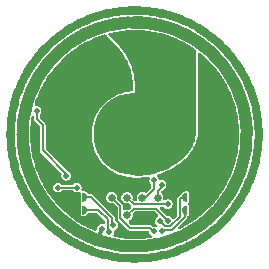
<source format=gbl>
G04*
G04 #@! TF.GenerationSoftware,Altium Limited,Altium Designer,18.1.7 (191)*
G04*
G04 Layer_Physical_Order=2*
G04 Layer_Color=16711680*
%FSLAX25Y25*%
%MOIN*%
G70*
G01*
G75*
%ADD60C,0.00600*%
%ADD61C,0.00800*%
%ADD63C,0.01400*%
%ADD64C,0.02000*%
%ADD65C,0.03937*%
%ADD66C,0.01000*%
%ADD67C,0.02600*%
%ADD68C,0.27559*%
G36*
X1636Y42687D02*
X2753Y42629D01*
X3868Y42541D01*
X4981Y42424D01*
X6089Y42278D01*
X7194Y42103D01*
X8293Y41899D01*
X9387Y41667D01*
X10475Y41406D01*
X11555Y41116D01*
X12628Y40799D01*
X13691Y40453D01*
X14745Y40080D01*
X15789Y39679D01*
X16823Y39251D01*
X17844Y38796D01*
X18854Y38315D01*
X19850Y37807D01*
X20833Y37273D01*
X21802Y36714D01*
X22755Y36130D01*
X23693Y35520D01*
X24615Y34887D01*
X25520Y34230D01*
X26407Y33549D01*
X27276Y32845D01*
X28127Y32119D01*
X28958Y31370D01*
X29769Y30601D01*
X30560Y29810D01*
X31330Y28999D01*
X32078Y28167D01*
X32804Y27317D01*
X33508Y26448D01*
X34189Y25561D01*
X34846Y24656D01*
X35480Y23734D01*
X36089Y22796D01*
X36673Y21843D01*
X37233Y20874D01*
X37766Y19891D01*
X38274Y18895D01*
X38755Y17885D01*
X39210Y16863D01*
X39638Y15830D01*
X40039Y14786D01*
X40412Y13732D01*
X40758Y12668D01*
X41076Y11596D01*
X41365Y10516D01*
X41626Y9428D01*
X41859Y8334D01*
X42062Y7235D01*
X42237Y6130D01*
X42383Y5021D01*
X42500Y3909D01*
X42588Y2794D01*
X42647Y1677D01*
X42676Y559D01*
Y0D01*
Y-559D01*
X42647Y-1677D01*
X42588Y-2794D01*
X42500Y-3909D01*
X42383Y-5021D01*
X42237Y-6130D01*
X42062Y-7235D01*
X41859Y-8334D01*
X41626Y-9428D01*
X41365Y-10516D01*
X41076Y-11596D01*
X40758Y-12668D01*
X40412Y-13732D01*
X40039Y-14786D01*
X39638Y-15830D01*
X39210Y-16863D01*
X38755Y-17885D01*
X38274Y-18895D01*
X37766Y-19891D01*
X37233Y-20874D01*
X36673Y-21843D01*
X36089Y-22796D01*
X35480Y-23734D01*
X34846Y-24656D01*
X34189Y-25561D01*
X33508Y-26448D01*
X32804Y-27317D01*
X32078Y-28167D01*
X31330Y-28999D01*
X30560Y-29810D01*
X29769Y-30601D01*
X28958Y-31370D01*
X28127Y-32119D01*
X27276Y-32845D01*
X26407Y-33549D01*
X25520Y-34230D01*
X24615Y-34887D01*
X23693Y-35520D01*
X22755Y-36130D01*
X21802Y-36714D01*
X20833Y-37273D01*
X19850Y-37807D01*
X18854Y-38315D01*
X17844Y-38796D01*
X16823Y-39251D01*
X15789Y-39679D01*
X14745Y-40080D01*
X13691Y-40453D01*
X12628Y-40799D01*
X11555Y-41116D01*
X10475Y-41406D01*
X9387Y-41667D01*
X8293Y-41899D01*
X7194Y-42103D01*
X6089Y-42278D01*
X4981Y-42424D01*
X3868Y-42541D01*
X2753Y-42629D01*
X1636Y-42687D01*
X518Y-42717D01*
X-600D01*
X-1718Y-42687D01*
X-2835Y-42629D01*
X-3950Y-42541D01*
X-5062Y-42424D01*
X-6171Y-42278D01*
X-7275Y-42103D01*
X-8375Y-41899D01*
X-9469Y-41667D01*
X-10556Y-41406D01*
X-11637Y-41116D01*
X-12709Y-40799D01*
X-13773Y-40453D01*
X-14827Y-40080D01*
X-15871Y-39679D01*
X-16904Y-39251D01*
X-17926Y-38796D01*
X-18935Y-38315D01*
X-19932Y-37807D01*
X-20915Y-37273D01*
X-21883Y-36714D01*
X-22837Y-36130D01*
X-23775Y-35520D01*
X-24697Y-34887D01*
X-25601Y-34230D01*
X-26489Y-33549D01*
X-27358Y-32845D01*
X-28208Y-32119D01*
X-29039Y-31370D01*
X-29851Y-30601D01*
X-30641Y-29810D01*
X-31411Y-28999D01*
X-32160Y-28167D01*
X-32886Y-27317D01*
X-33590Y-26448D01*
X-34271Y-25561D01*
X-34928Y-24656D01*
X-35561Y-23734D01*
X-36170Y-22796D01*
X-36755Y-21843D01*
X-37314Y-20874D01*
X-37848Y-19891D01*
X-38355Y-18895D01*
X-38837Y-17885D01*
X-39292Y-16863D01*
X-39720Y-15830D01*
X-40121Y-14786D01*
X-40494Y-13732D01*
X-40839Y-12668D01*
X-41157Y-11596D01*
X-41447Y-10516D01*
X-41708Y-9428D01*
X-41940Y-8334D01*
X-42144Y-7235D01*
X-42319Y-6130D01*
X-42465Y-5021D01*
X-42582Y-3909D01*
X-42669Y-2794D01*
X-42728Y-1677D01*
X-42757Y-559D01*
Y0D01*
Y559D01*
X-42728Y1677D01*
X-42669Y2794D01*
X-42582Y3909D01*
X-42465Y5021D01*
X-42319Y6130D01*
X-42144Y7235D01*
X-41940Y8334D01*
X-41708Y9428D01*
X-41447Y10516D01*
X-41157Y11596D01*
X-40839Y12668D01*
X-40494Y13732D01*
X-40121Y14786D01*
X-39720Y15830D01*
X-39292Y16863D01*
X-38837Y17885D01*
X-38355Y18895D01*
X-37848Y19891D01*
X-37314Y20874D01*
X-36755Y21843D01*
X-36170Y22796D01*
X-35561Y23734D01*
X-34928Y24656D01*
X-34271Y25561D01*
X-33590Y26448D01*
X-32886Y27317D01*
X-32160Y28167D01*
X-31411Y28999D01*
X-30641Y29810D01*
X-29851Y30601D01*
X-29039Y31370D01*
X-28208Y32119D01*
X-27358Y32845D01*
X-26489Y33549D01*
X-25601Y34230D01*
X-24697Y34887D01*
X-23775Y35520D01*
X-22837Y36130D01*
X-21883Y36714D01*
X-20915Y37273D01*
X-19932Y37807D01*
X-18935Y38315D01*
X-17926Y38796D01*
X-16904Y39251D01*
X-15871Y39679D01*
X-14827Y40080D01*
X-13773Y40453D01*
X-12709Y40799D01*
X-11637Y41116D01*
X-10556Y41406D01*
X-9469Y41667D01*
X-8375Y41899D01*
X-7275Y42103D01*
X-6171Y42278D01*
X-5062Y42424D01*
X-3950Y42541D01*
X-2835Y42629D01*
X-1718Y42687D01*
X-600Y42717D01*
X518D01*
X1636Y42687D01*
D02*
G37*
%LPC*%
G36*
X0Y39974D02*
X-1121Y39958D01*
X-2241Y39911D01*
X-3360Y39832D01*
X-4476Y39723D01*
X-5588Y39582D01*
X-6696Y39409D01*
X-7799Y39206D01*
X-8895Y38972D01*
X-9985Y38707D01*
X-11066Y38412D01*
X-12139Y38086D01*
X-13203Y37731D01*
X-14256Y37346D01*
X-15297Y36931D01*
X-16327Y36488D01*
X-17344Y36015D01*
X-18347Y35515D01*
X-19336Y34986D01*
X-20310Y34430D01*
X-21267Y33847D01*
X-22208Y33237D01*
X-23132Y32601D01*
X-24037Y31940D01*
X-24923Y31253D01*
X-25790Y30542D01*
X-26636Y29806D01*
X-27462Y29048D01*
X-28266Y28266D01*
X-29048Y27462D01*
X-29806Y26636D01*
X-30542Y25790D01*
X-31253Y24923D01*
X-31940Y24037D01*
X-32601Y23132D01*
X-33237Y22208D01*
X-33847Y21267D01*
X-34430Y20310D01*
X-34986Y19336D01*
X-35515Y18347D01*
X-36015Y17344D01*
X-36488Y16327D01*
X-36931Y15297D01*
X-37346Y14256D01*
X-37731Y13203D01*
X-38086Y12139D01*
X-38412Y11066D01*
X-38707Y9985D01*
X-38972Y8895D01*
X-39206Y7799D01*
X-39409Y6696D01*
X-39582Y5588D01*
X-39723Y4476D01*
X-39832Y3360D01*
X-39911Y2241D01*
X-39958Y1121D01*
X-39974Y0D01*
X-39958Y-1121D01*
X-39911Y-2241D01*
X-39832Y-3360D01*
X-39723Y-4476D01*
X-39582Y-5588D01*
X-39409Y-6696D01*
X-39206Y-7799D01*
X-38972Y-8895D01*
X-38707Y-9985D01*
X-38412Y-11066D01*
X-38086Y-12139D01*
X-37731Y-13203D01*
X-37346Y-14256D01*
X-36931Y-15297D01*
X-36488Y-16327D01*
X-36015Y-17344D01*
X-35515Y-18347D01*
X-34986Y-19336D01*
X-34430Y-20310D01*
X-33847Y-21267D01*
X-33237Y-22208D01*
X-32601Y-23132D01*
X-31940Y-24037D01*
X-31253Y-24923D01*
X-30542Y-25790D01*
X-29806Y-26636D01*
X-29048Y-27462D01*
X-28266Y-28266D01*
X-27462Y-29048D01*
X-26636Y-29806D01*
X-25790Y-30542D01*
X-24923Y-31253D01*
X-24037Y-31940D01*
X-23132Y-32601D01*
X-22208Y-33237D01*
X-21267Y-33847D01*
X-20310Y-34430D01*
X-19336Y-34986D01*
X-18347Y-35515D01*
X-17344Y-36015D01*
X-16327Y-36488D01*
X-15297Y-36931D01*
X-14256Y-37346D01*
X-13203Y-37731D01*
X-12139Y-38086D01*
X-11066Y-38412D01*
X-9985Y-38707D01*
X-8895Y-38972D01*
X-7799Y-39206D01*
X-6696Y-39409D01*
X-5588Y-39582D01*
X-4476Y-39723D01*
X-3360Y-39832D01*
X-2241Y-39911D01*
X-1121Y-39958D01*
X0Y-39974D01*
X1121Y-39958D01*
X2241Y-39911D01*
X3360Y-39832D01*
X4476Y-39723D01*
X5588Y-39582D01*
X6696Y-39409D01*
X7799Y-39206D01*
X8895Y-38972D01*
X9985Y-38707D01*
X11066Y-38412D01*
X12139Y-38086D01*
X13203Y-37731D01*
X14256Y-37346D01*
X15297Y-36931D01*
X16327Y-36488D01*
X17344Y-36015D01*
X18347Y-35515D01*
X19336Y-34986D01*
X20310Y-34430D01*
X21267Y-33847D01*
X22208Y-33237D01*
X23132Y-32601D01*
X24037Y-31940D01*
X24923Y-31253D01*
X25790Y-30542D01*
X26636Y-29806D01*
X27462Y-29048D01*
X28266Y-28266D01*
X29048Y-27462D01*
X29806Y-26636D01*
X30542Y-25790D01*
X31253Y-24923D01*
X31940Y-24037D01*
X32601Y-23132D01*
X33237Y-22208D01*
X33847Y-21267D01*
X34430Y-20310D01*
X34986Y-19336D01*
X35515Y-18347D01*
X36015Y-17344D01*
X36488Y-16327D01*
X36931Y-15297D01*
X37346Y-14256D01*
X37731Y-13203D01*
X38086Y-12139D01*
X38412Y-11066D01*
X38707Y-9985D01*
X38972Y-8895D01*
X39206Y-7799D01*
X39409Y-6696D01*
X39582Y-5588D01*
X39723Y-4476D01*
X39832Y-3360D01*
X39911Y-2241D01*
X39958Y-1121D01*
X39974Y0D01*
X39958Y1121D01*
X39911Y2241D01*
X39832Y3360D01*
X39723Y4476D01*
X39582Y5588D01*
X39409Y6696D01*
X39206Y7799D01*
X38972Y8895D01*
X38707Y9985D01*
X38412Y11066D01*
X38086Y12139D01*
X37731Y13203D01*
X37346Y14256D01*
X36931Y15297D01*
X36488Y16327D01*
X36015Y17344D01*
X35515Y18347D01*
X34986Y19336D01*
X34430Y20310D01*
X33847Y21267D01*
X33237Y22208D01*
X32601Y23132D01*
X31940Y24037D01*
X31253Y24923D01*
X30542Y25790D01*
X29806Y26636D01*
X29048Y27462D01*
X28266Y28266D01*
X27462Y29048D01*
X26636Y29806D01*
X25790Y30542D01*
X24923Y31253D01*
X24037Y31940D01*
X23132Y32601D01*
X22208Y33237D01*
X21267Y33847D01*
X20310Y34430D01*
X19336Y34986D01*
X18347Y35515D01*
X17344Y36015D01*
X16327Y36488D01*
X15297Y36931D01*
X14256Y37346D01*
X13203Y37731D01*
X12139Y38086D01*
X11066Y38412D01*
X9985Y38707D01*
X8895Y38972D01*
X7799Y39206D01*
X6696Y39409D01*
X5588Y39582D01*
X4476Y39723D01*
X3360Y39832D01*
X2241Y39911D01*
X1121Y39958D01*
X0Y39974D01*
D02*
G37*
%LPD*%
G36*
X1013Y34818D02*
X2025Y34774D01*
X3036Y34700D01*
X4044Y34597D01*
X5048Y34465D01*
X6049Y34304D01*
X7044Y34113D01*
X8033Y33894D01*
X9015Y33646D01*
X9990Y33369D01*
X10956Y33065D01*
X11913Y32732D01*
X12860Y32372D01*
X13797Y31984D01*
X14721Y31569D01*
X15633Y31128D01*
X16532Y30660D01*
X17416Y30166D01*
X18286Y29647D01*
X19141Y29102D01*
X19979Y28533D01*
X20475Y28175D01*
X20475Y26984D01*
X20475Y24734D01*
X20469Y24676D01*
X20458Y24619D01*
X20444Y24409D01*
X20458Y24200D01*
X20465Y24161D01*
Y24161D01*
X20469Y24143D01*
X20473Y24096D01*
X20473Y24096D01*
Y24096D01*
X20475Y24085D01*
X20474Y22371D01*
X20469Y22312D01*
X20458Y22256D01*
X20444Y22047D01*
X20458Y21838D01*
X20465Y21799D01*
X20469Y21782D01*
X20474Y21729D01*
X20474Y21729D01*
Y21729D01*
X20474Y21724D01*
X20474Y20008D01*
X20468Y19949D01*
X20458Y19894D01*
X20444Y19685D01*
X20458Y19476D01*
X20468Y19421D01*
X20470Y19403D01*
X20470Y19403D01*
Y19403D01*
X20474Y19363D01*
X20474Y17644D01*
X20468Y17586D01*
X20458Y17532D01*
X20444Y17323D01*
X20458Y17113D01*
X20465Y17075D01*
X20468Y17060D01*
X20471Y17030D01*
X20471Y17030D01*
Y17030D01*
X20474Y17002D01*
X20474Y15281D01*
X20468Y15223D01*
X20465Y15209D01*
Y15209D01*
X20458Y15170D01*
X20444Y14961D01*
X20458Y14751D01*
X20468Y14699D01*
X20472Y14657D01*
X20472Y14657D01*
Y14657D01*
X20474Y14640D01*
X20473Y12918D01*
X20468Y12859D01*
X20458Y12808D01*
X20444Y12598D01*
X20458Y12389D01*
X20468Y12338D01*
X20472Y12296D01*
X20472Y12296D01*
Y12296D01*
X20473Y12279D01*
X20473Y10554D01*
X20468Y10503D01*
Y10503D01*
X20468Y10503D01*
X20468Y10496D01*
X20458Y10446D01*
X20444Y10236D01*
X20458Y10027D01*
X20468Y9977D01*
X20472Y9929D01*
Y9929D01*
X20473Y9918D01*
X20473Y6835D01*
X20472Y1968D01*
X20472Y1498D01*
Y1468D01*
X20464Y971D01*
X20461Y874D01*
X20418Y282D01*
X20381Y-13D01*
X20345Y-308D01*
X20345Y-308D01*
X20244Y-893D01*
X20113Y-1473D01*
X19955Y-2045D01*
X19769Y-2609D01*
X19555Y-3163D01*
X19314Y-3706D01*
X19047Y-4237D01*
X18754Y-4754D01*
X18437Y-5255D01*
X18095Y-5741D01*
X17729Y-6209D01*
X17341Y-6659D01*
X16932Y-7089D01*
X16345Y-7656D01*
X15738Y-8201D01*
X15112Y-8724D01*
X14467Y-9225D01*
X13806Y-9702D01*
X13805Y-9702D01*
X13352Y-10005D01*
X13127Y-10155D01*
X12433Y-10584D01*
X12433Y-10584D01*
X11724Y-10988D01*
X11001Y-11366D01*
X10265Y-11718D01*
X9517Y-12043D01*
X8758Y-12342D01*
X7988Y-12614D01*
X7988Y-12614D01*
X7817Y-12667D01*
X7210Y-12857D01*
X6423Y-13073D01*
X5629Y-13261D01*
X4829Y-13420D01*
X4625Y-13453D01*
X4625D01*
X4024Y-13551D01*
X3214Y-13652D01*
X2401Y-13725D01*
X1587Y-13769D01*
X771Y-13783D01*
X37Y-13780D01*
X0Y-13285D01*
Y16112D01*
X0Y16114D01*
Y16142D01*
X4D01*
X3Y16185D01*
X-6Y16639D01*
X-7Y16678D01*
X-12Y16926D01*
X-46Y17513D01*
X-57Y17696D01*
Y17696D01*
X-58Y17708D01*
X-65Y17785D01*
X-133Y18477D01*
X-133Y18477D01*
X-134Y18488D01*
X-136Y18500D01*
Y18500D01*
X-207Y19013D01*
X-242Y19265D01*
X-303Y19605D01*
X-378Y20025D01*
X-378Y20025D01*
X-380Y20037D01*
X-382Y20048D01*
X-382Y20048D01*
X-545Y20791D01*
Y20791D01*
X-548Y20802D01*
X-551Y20814D01*
X-551Y20814D01*
X-743Y21549D01*
X-743Y21549D01*
X-746Y21561D01*
X-749Y21572D01*
X-749Y21572D01*
X-970Y22300D01*
Y22300D01*
X-973Y22311D01*
X-977Y22322D01*
Y22322D01*
X-1226Y23040D01*
X-1226Y23040D01*
X-1230Y23052D01*
X-1234Y23063D01*
X-1234Y23063D01*
X-1378Y23430D01*
X-1516Y23782D01*
X-1778Y24380D01*
X-1825Y24489D01*
Y24489D01*
X-1830Y24500D01*
X-1835Y24510D01*
Y24510D01*
X-2136Y25130D01*
X-2172Y25205D01*
X-2204Y25265D01*
X-2536Y25886D01*
X-2536Y25886D01*
X-2542Y25896D01*
X-2548Y25907D01*
X-2548Y25907D01*
X-2932Y26562D01*
X-2932Y26562D01*
X-2938Y26573D01*
X-3361Y27233D01*
X-3809Y27876D01*
X-4027Y28164D01*
X-4275Y28492D01*
X-4275Y28492D01*
X-4282Y28501D01*
X-4290Y28510D01*
X-4296Y28518D01*
X-4779Y29107D01*
X-5300Y29693D01*
X-5843Y30258D01*
X-7572Y31985D01*
X-8771Y33183D01*
X-8777Y33191D01*
X-8785Y33215D01*
X-8788Y33234D01*
X-8789Y33247D01*
X-8788Y33288D01*
X-8735Y33480D01*
X-8665Y33648D01*
X-8658Y33658D01*
X-8553Y33763D01*
X-8033Y33894D01*
X-7044Y34113D01*
X-6049Y34304D01*
X-5048Y34465D01*
X-4044Y34597D01*
X-3036Y34700D01*
X-2025Y34774D01*
X-1013Y34818D01*
X0Y34833D01*
X1013Y34818D01*
D02*
G37*
G36*
X-9964Y33372D02*
X-9825Y33348D01*
X-9666Y33254D01*
X-9384Y33051D01*
X-9350Y33000D01*
X-9327Y32950D01*
X-9306Y32900D01*
X-9303Y32896D01*
X-9302Y32893D01*
X-9279Y32860D01*
X-9272Y32848D01*
X-9259Y32832D01*
X-9239Y32803D01*
X-9236Y32800D01*
X-9233Y32796D01*
X-9227Y32789D01*
X-9211Y32773D01*
X-9197Y32757D01*
X-6274Y29836D01*
X-5743Y29284D01*
X-5238Y28716D01*
X-4756Y28128D01*
X-4297Y27522D01*
X-3862Y26898D01*
X-3452Y26258D01*
X-3068Y25602D01*
X-3068Y25602D01*
X-3068Y25602D01*
X-2709Y24931D01*
X-2678Y24867D01*
X-2678Y24867D01*
X-2378Y24247D01*
X-2330Y24138D01*
X-2073Y23551D01*
X-1940Y23211D01*
X-1940Y23211D01*
X-1796Y22843D01*
X-1547Y22125D01*
X-1326Y21397D01*
X-1134Y20662D01*
X-971Y19919D01*
X-971Y19919D01*
X-971Y19919D01*
X-838Y19170D01*
X-733Y18417D01*
X-733Y18417D01*
X-733Y18417D01*
X-659Y17661D01*
X-614Y16902D01*
X-609Y16627D01*
X-600Y16174D01*
Y16173D01*
X-600Y16173D01*
X-600Y16171D01*
Y16169D01*
X-603Y16142D01*
Y16114D01*
X-603Y16112D01*
Y14369D01*
X-664Y14368D01*
X-1327Y14322D01*
X-1987Y14245D01*
X-2643Y14139D01*
X-3293Y14001D01*
X-3936Y13834D01*
X-4571Y13638D01*
X-5196Y13412D01*
X-5810Y13158D01*
X-6411Y12876D01*
X-6999Y12566D01*
X-7572Y12229D01*
X-8129Y11866D01*
X-8668Y11478D01*
X-9189Y11066D01*
X-9690Y10629D01*
X-10171Y10171D01*
X-10629Y9690D01*
X-11066Y9189D01*
X-11478Y8668D01*
X-11866Y8129D01*
X-12229Y7572D01*
X-12566Y6999D01*
X-12876Y6411D01*
X-13158Y5810D01*
X-13412Y5196D01*
X-13638Y4571D01*
X-13834Y3936D01*
X-14001Y3293D01*
X-14139Y2643D01*
X-14245Y1987D01*
X-14322Y1327D01*
X-14368Y664D01*
X-14383Y0D01*
X-14368Y-664D01*
X-14322Y-1327D01*
X-14245Y-1987D01*
X-14139Y-2643D01*
X-14001Y-3293D01*
X-13834Y-3936D01*
X-13638Y-4571D01*
X-13412Y-5196D01*
X-13158Y-5810D01*
X-12876Y-6411D01*
X-12566Y-6999D01*
X-12229Y-7572D01*
X-11866Y-8129D01*
X-11478Y-8668D01*
X-11066Y-9189D01*
X-10629Y-9690D01*
X-10171Y-10171D01*
X-9690Y-10629D01*
X-9189Y-11066D01*
X-8668Y-11478D01*
X-8129Y-11866D01*
X-7572Y-12229D01*
X-6999Y-12566D01*
X-6411Y-12876D01*
X-5810Y-13158D01*
X-5196Y-13412D01*
X-4571Y-13638D01*
X-3936Y-13834D01*
X-3293Y-14001D01*
X-2643Y-14139D01*
X-1987Y-14245D01*
X-1327Y-14322D01*
X-664Y-14368D01*
X0Y-14383D01*
X34Y-14383D01*
X768Y-14386D01*
X775Y-14385D01*
X782Y-14386D01*
X1598Y-14371D01*
X1608Y-14370D01*
X1619Y-14371D01*
X2434Y-14327D01*
X2444Y-14325D01*
X2455Y-14325D01*
X3268Y-14253D01*
X3278Y-14251D01*
X3289Y-14250D01*
X4099Y-14149D01*
X4109Y-14146D01*
X4120Y-14146D01*
X4721Y-14048D01*
X5056Y-14488D01*
X5074Y-14554D01*
X5084Y-14596D01*
X5013Y-14741D01*
X4945Y-14939D01*
X4905Y-15145D01*
X4891Y-15354D01*
X4905Y-15564D01*
X4945Y-15769D01*
X5013Y-15968D01*
X5106Y-16156D01*
X5222Y-16330D01*
X5360Y-16488D01*
X5518Y-16626D01*
X5591Y-16675D01*
Y-17744D01*
X3754Y-19582D01*
X3746Y-19575D01*
X3571Y-19452D01*
X3385Y-19349D01*
X3188Y-19267D01*
X2983Y-19208D01*
X2772Y-19172D01*
X2559Y-19160D01*
X2346Y-19172D01*
X2136Y-19208D01*
X1931Y-19267D01*
X1733Y-19349D01*
X1547Y-19452D01*
X1373Y-19575D01*
X1213Y-19717D01*
X1071Y-19876D01*
X948Y-20051D01*
X845Y-20237D01*
X763Y-20435D01*
X704Y-20640D01*
X668Y-20850D01*
X656Y-21063D01*
X668Y-21276D01*
X704Y-21486D01*
X763Y-21691D01*
X766Y-21700D01*
X461Y-22214D01*
X-120Y-22225D01*
X-739Y-21607D01*
X-704Y-21486D01*
X-668Y-21276D01*
X-656Y-21063D01*
X-668Y-20850D01*
X-704Y-20640D01*
X-763Y-20435D01*
X-845Y-20237D01*
X-948Y-20051D01*
X-1071Y-19876D01*
X-1213Y-19717D01*
X-1373Y-19575D01*
X-1547Y-19452D01*
X-1733Y-19349D01*
X-1931Y-19267D01*
X-2136Y-19208D01*
X-2346Y-19172D01*
X-2559Y-19160D01*
X-2772Y-19172D01*
X-2983Y-19208D01*
X-3188Y-19267D01*
X-3385Y-19349D01*
X-3571Y-19452D01*
X-3745Y-19575D01*
X-3905Y-19717D01*
X-4047Y-19876D01*
X-4170Y-20051D01*
X-4274Y-20237D01*
X-4355Y-20435D01*
X-4414Y-20640D01*
X-4450Y-20850D01*
X-4462Y-21063D01*
X-4450Y-21276D01*
X-4414Y-21486D01*
X-4355Y-21691D01*
X-4274Y-21889D01*
X-4170Y-22075D01*
X-4047Y-22250D01*
X-3905Y-22409D01*
X-3745Y-22551D01*
X-3571Y-22674D01*
X-3385Y-22777D01*
X-3188Y-22859D01*
X-2983Y-22918D01*
X-2772Y-22954D01*
X-2559Y-22966D01*
X-2346Y-22954D01*
X-2136Y-22918D01*
X-2015Y-22884D01*
X-1300Y-23599D01*
X-1063Y-24016D01*
X-1300Y-24432D01*
X-2015Y-25148D01*
X-2136Y-25113D01*
X-2346Y-25078D01*
X-2559Y-25065D01*
X-2772Y-25078D01*
X-2983Y-25113D01*
X-3188Y-25172D01*
X-3256Y-25201D01*
X-3616Y-25045D01*
X-3856Y-24829D01*
Y-23981D01*
X-3867Y-23840D01*
X-3901Y-23702D01*
X-3955Y-23571D01*
X-4029Y-23450D01*
X-4121Y-23343D01*
X-5857Y-21607D01*
X-5822Y-21486D01*
X-5786Y-21276D01*
X-5774Y-21063D01*
X-5786Y-20850D01*
X-5822Y-20640D01*
X-5881Y-20435D01*
X-5963Y-20237D01*
X-6066Y-20051D01*
X-6189Y-19876D01*
X-6331Y-19717D01*
X-6491Y-19575D01*
X-6665Y-19452D01*
X-6852Y-19349D01*
X-7049Y-19267D01*
X-7254Y-19208D01*
X-7464Y-19172D01*
X-7677Y-19160D01*
X-7890Y-19172D01*
X-8101Y-19208D01*
X-8306Y-19267D01*
X-8503Y-19349D01*
X-8690Y-19452D01*
X-8864Y-19575D01*
X-9023Y-19717D01*
X-9165Y-19876D01*
X-9289Y-20051D01*
X-9392Y-20237D01*
X-9473Y-20435D01*
X-9532Y-20640D01*
X-9568Y-20850D01*
X-9580Y-21063D01*
X-9568Y-21276D01*
X-9532Y-21486D01*
X-9473Y-21691D01*
X-9392Y-21889D01*
X-9289Y-22075D01*
X-9165Y-22250D01*
X-9023Y-22409D01*
X-8864Y-22551D01*
X-8690Y-22674D01*
X-8503Y-22777D01*
X-8306Y-22859D01*
X-8101Y-22918D01*
X-7890Y-22954D01*
X-7677Y-22966D01*
X-7464Y-22954D01*
X-7254Y-22918D01*
X-7133Y-22884D01*
X-5662Y-24355D01*
Y-27880D01*
X-5651Y-28021D01*
X-5618Y-28159D01*
X-5563Y-28290D01*
X-5489Y-28410D01*
X-5397Y-28518D01*
X-2106Y-31810D01*
X-1998Y-31902D01*
X-1877Y-31976D01*
X-1746Y-32030D01*
X-1609Y-32063D01*
X-1468Y-32074D01*
X4108D01*
X4696Y-32283D01*
X4710Y-32493D01*
X4750Y-32698D01*
X4818Y-32897D01*
X4911Y-33085D01*
X5027Y-33259D01*
X5165Y-33417D01*
X5323Y-33555D01*
X5497Y-33672D01*
X5670Y-33757D01*
X5682Y-33793D01*
X5613Y-34374D01*
X5048Y-34465D01*
X4044Y-34597D01*
X3036Y-34700D01*
X2025Y-34774D01*
X1013Y-34818D01*
X0Y-34833D01*
X-1013Y-34818D01*
X-2025Y-34774D01*
X-3036Y-34700D01*
X-4044Y-34597D01*
X-5048Y-34465D01*
X-6049Y-34304D01*
X-6817Y-34157D01*
X-7009Y-33856D01*
X-7056Y-33713D01*
X-7062Y-33494D01*
X-7036Y-33455D01*
X-6944Y-33267D01*
X-6876Y-33069D01*
X-6835Y-32863D01*
X-6821Y-32654D01*
X-6835Y-32444D01*
X-6854Y-32199D01*
X-6699Y-31913D01*
X-6473Y-31796D01*
X-6285Y-31704D01*
X-6111Y-31587D01*
X-5953Y-31449D01*
X-5815Y-31291D01*
X-5698Y-31117D01*
X-5605Y-30929D01*
X-5538Y-30730D01*
X-5497Y-30524D01*
X-5483Y-30315D01*
X-5497Y-30106D01*
X-5538Y-29900D01*
X-5605Y-29701D01*
X-5698Y-29513D01*
X-5815Y-29339D01*
X-5953Y-29181D01*
X-6111Y-29043D01*
X-6285Y-28926D01*
X-6473Y-28834D01*
X-6577Y-28798D01*
Y-27953D01*
X-6589Y-27812D01*
X-6622Y-27674D01*
X-6676Y-27543D01*
X-6750Y-27422D01*
X-6842Y-27314D01*
X-13929Y-20228D01*
X-14036Y-20136D01*
X-14157Y-20062D01*
X-14288Y-20008D01*
X-14426Y-19974D01*
X-14567Y-19963D01*
X-15514D01*
X-15588Y-19786D01*
X-15588Y-19786D01*
X-15644Y-19681D01*
X-15719Y-19590D01*
X-16140Y-19168D01*
X-16140Y-19168D01*
X-16232Y-19093D01*
X-16336Y-19038D01*
X-16336Y-19038D01*
X-16887Y-18809D01*
X-16887Y-18809D01*
X-17001Y-18775D01*
X-17118Y-18763D01*
X-17355D01*
X-17667Y-18466D01*
X-17773Y-18220D01*
X-17742Y-18132D01*
X-17702Y-17926D01*
X-17688Y-17717D01*
X-17702Y-17507D01*
X-17742Y-17301D01*
X-17810Y-17103D01*
X-17903Y-16915D01*
X-18019Y-16740D01*
X-18158Y-16583D01*
X-18315Y-16444D01*
X-18490Y-16328D01*
X-18678Y-16235D01*
X-18876Y-16168D01*
X-19082Y-16127D01*
X-19291Y-16113D01*
X-19501Y-16127D01*
X-19706Y-16168D01*
X-19905Y-16235D01*
X-20093Y-16328D01*
X-20267Y-16444D01*
X-20425Y-16583D01*
X-20563Y-16740D01*
X-20612Y-16814D01*
X-24270D01*
X-24318Y-16740D01*
X-24457Y-16583D01*
X-24614Y-16444D01*
X-24789Y-16328D01*
X-24977Y-16235D01*
X-25176Y-16168D01*
X-25381Y-16127D01*
X-25591Y-16113D01*
X-25800Y-16127D01*
X-26006Y-16168D01*
X-26204Y-16235D01*
X-26392Y-16328D01*
X-26567Y-16444D01*
X-26724Y-16583D01*
X-26863Y-16740D01*
X-26979Y-16915D01*
X-27072Y-17103D01*
X-27139Y-17301D01*
X-27180Y-17507D01*
X-27194Y-17717D01*
X-27180Y-17926D01*
X-27139Y-18132D01*
X-27072Y-18330D01*
X-26979Y-18518D01*
X-26863Y-18693D01*
X-26724Y-18850D01*
X-26567Y-18989D01*
X-26392Y-19105D01*
X-26204Y-19198D01*
X-26006Y-19265D01*
X-25800Y-19306D01*
X-25591Y-19320D01*
X-25381Y-19306D01*
X-25176Y-19265D01*
X-24977Y-19198D01*
X-24789Y-19105D01*
X-24614Y-18989D01*
X-24457Y-18850D01*
X-24318Y-18693D01*
X-24270Y-18619D01*
X-20612D01*
X-20563Y-18693D01*
X-20425Y-18850D01*
X-20267Y-18989D01*
X-20093Y-19105D01*
X-19905Y-19198D01*
X-19706Y-19265D01*
X-19501Y-19306D01*
X-19291Y-19320D01*
X-19082Y-19306D01*
X-18876Y-19265D01*
X-18678Y-19198D01*
X-18585Y-19152D01*
X-18319Y-19253D01*
X-18189Y-19366D01*
X-18016D01*
Y-22366D01*
X-18019D01*
X-18008Y-22484D01*
X-17974Y-22597D01*
X-17918Y-22701D01*
X-17843Y-22924D01*
Y-23139D01*
X-17918Y-23362D01*
X-17974Y-23466D01*
X-18008Y-23579D01*
X-18019Y-23697D01*
X-18016D01*
Y-26697D01*
X-18019D01*
X-18008Y-26814D01*
X-17974Y-26928D01*
X-17918Y-27032D01*
X-17843Y-27123D01*
X-17752Y-27198D01*
X-17647Y-27254D01*
X-17534Y-27288D01*
X-17416Y-27300D01*
X-17118D01*
X-17001Y-27288D01*
X-16887Y-27254D01*
X-16336Y-27025D01*
X-16232Y-26970D01*
X-16140Y-26895D01*
X-15719Y-26473D01*
X-15719Y-26473D01*
X-15644Y-26381D01*
X-15588Y-26277D01*
X-15588Y-26277D01*
X-15514Y-26100D01*
X-12579D01*
X-9958Y-28720D01*
Y-29569D01*
X-10167Y-29775D01*
X-10558Y-29965D01*
X-10609Y-29947D01*
X-10814Y-29906D01*
X-11024Y-29893D01*
X-11233Y-29906D01*
X-11439Y-29947D01*
X-11637Y-30015D01*
X-11825Y-30108D01*
X-12000Y-30224D01*
X-12157Y-30362D01*
X-12296Y-30520D01*
X-12412Y-30694D01*
X-12505Y-30882D01*
X-12572Y-31081D01*
X-12613Y-31287D01*
X-12627Y-31496D01*
X-12613Y-31705D01*
X-12588Y-31834D01*
X-12644Y-31945D01*
X-12644Y-31945D01*
X-13309Y-32186D01*
X-13797Y-31984D01*
X-14721Y-31569D01*
X-15633Y-31128D01*
X-16532Y-30660D01*
X-17416Y-30166D01*
X-18286Y-29647D01*
X-19141Y-29102D01*
X-19979Y-28533D01*
X-20801Y-27940D01*
X-21605Y-27323D01*
X-22390Y-26684D01*
X-23157Y-26021D01*
X-23904Y-25337D01*
X-24631Y-24631D01*
X-25337Y-23904D01*
X-26021Y-23157D01*
X-26684Y-22390D01*
X-27323Y-21605D01*
X-27940Y-20801D01*
X-28533Y-19979D01*
X-29102Y-19141D01*
X-29647Y-18286D01*
X-30166Y-17416D01*
X-30660Y-16532D01*
X-31128Y-15633D01*
X-31569Y-14721D01*
X-31984Y-13797D01*
X-32372Y-12860D01*
X-32732Y-11913D01*
X-33065Y-10956D01*
X-33369Y-9990D01*
X-33646Y-9015D01*
X-33894Y-8033D01*
X-34113Y-7044D01*
X-34304Y-6049D01*
X-34465Y-5048D01*
X-34597Y-4044D01*
X-34700Y-3036D01*
X-34774Y-2025D01*
X-34818Y-1013D01*
X-34833Y0D01*
X-34818Y1013D01*
X-34774Y2025D01*
X-34700Y3036D01*
X-34597Y4044D01*
X-34465Y5048D01*
X-34304Y6049D01*
X-34280Y6171D01*
X-33680Y6114D01*
Y5118D01*
X-33668Y4961D01*
X-33631Y4808D01*
X-33571Y4663D01*
X-33489Y4529D01*
X-33386Y4409D01*
X-31712Y2734D01*
Y-5315D01*
X-31699Y-5472D01*
X-31663Y-5625D01*
X-31602Y-5770D01*
X-31520Y-5905D01*
X-31418Y-6024D01*
X-24303Y-13139D01*
X-24316Y-13166D01*
X-24383Y-13364D01*
X-24424Y-13570D01*
X-24438Y-13780D01*
X-24424Y-13989D01*
X-24383Y-14195D01*
X-24316Y-14393D01*
X-24223Y-14581D01*
X-24107Y-14756D01*
X-23968Y-14913D01*
X-23811Y-15052D01*
X-23636Y-15168D01*
X-23448Y-15261D01*
X-23250Y-15328D01*
X-23044Y-15369D01*
X-22835Y-15383D01*
X-22625Y-15369D01*
X-22420Y-15328D01*
X-22221Y-15261D01*
X-22033Y-15168D01*
X-21858Y-15052D01*
X-21701Y-14913D01*
X-21563Y-14756D01*
X-21446Y-14581D01*
X-21353Y-14393D01*
X-21286Y-14195D01*
X-21245Y-13989D01*
X-21231Y-13780D01*
X-21245Y-13570D01*
X-21286Y-13364D01*
X-21353Y-13166D01*
X-21446Y-12978D01*
X-21563Y-12803D01*
X-21701Y-12646D01*
X-21858Y-12507D01*
X-22033Y-12391D01*
X-22221Y-12298D01*
X-22351Y-12254D01*
X-29706Y-4899D01*
Y3150D01*
X-29718Y3306D01*
X-29755Y3460D01*
X-29815Y3605D01*
X-29897Y3739D01*
X-29999Y3859D01*
X-31674Y5534D01*
Y6626D01*
X-31543Y6740D01*
X-31405Y6898D01*
X-31289Y7072D01*
X-31196Y7260D01*
X-31128Y7459D01*
X-31087Y7665D01*
X-31074Y7874D01*
X-31087Y8083D01*
X-31128Y8289D01*
X-31196Y8488D01*
X-31289Y8676D01*
X-31405Y8850D01*
X-31543Y9008D01*
X-31701Y9146D01*
X-31876Y9263D01*
X-32064Y9355D01*
X-32262Y9423D01*
X-32468Y9464D01*
X-32677Y9477D01*
X-32886Y9464D01*
X-32896Y9462D01*
X-33288Y9791D01*
X-33378Y9959D01*
X-33369Y9990D01*
X-33065Y10956D01*
X-32732Y11913D01*
X-32372Y12860D01*
X-31984Y13797D01*
X-31569Y14721D01*
X-31128Y15633D01*
X-30660Y16532D01*
X-30166Y17416D01*
X-29647Y18286D01*
X-29102Y19141D01*
X-28533Y19979D01*
X-27940Y20801D01*
X-27323Y21605D01*
X-26684Y22390D01*
X-26021Y23157D01*
X-25337Y23904D01*
X-24631Y24631D01*
X-23904Y25337D01*
X-23157Y26021D01*
X-22390Y26684D01*
X-21605Y27323D01*
X-20801Y27940D01*
X-19979Y28533D01*
X-19141Y29102D01*
X-18286Y29647D01*
X-17416Y30166D01*
X-16532Y30660D01*
X-15633Y31128D01*
X-14721Y31569D01*
X-13797Y31984D01*
X-12860Y32372D01*
X-11913Y32732D01*
X-10956Y33065D01*
X-9990Y33369D01*
X-9977Y33373D01*
X-9964Y33372D01*
D02*
G37*
G36*
X17416Y-22366D02*
X17118D01*
X16567Y-22138D01*
X16145Y-21716D01*
X15916Y-21165D01*
Y-20866D01*
Y-20568D01*
X16145Y-20017D01*
X16567Y-19594D01*
X17118Y-19366D01*
X17416D01*
Y-22366D01*
D02*
G37*
G36*
X-16567Y-19594D02*
X-16145Y-20017D01*
X-15916Y-20568D01*
Y-20866D01*
Y-21165D01*
X-16145Y-21716D01*
X-16567Y-22138D01*
X-17118Y-22366D01*
X-17416D01*
Y-19366D01*
X-17118D01*
X-16567Y-19594D01*
D02*
G37*
G36*
X17416Y-26697D02*
X17118D01*
X16567Y-26469D01*
X16145Y-26046D01*
X15916Y-25495D01*
Y-25197D01*
Y-24899D01*
X16145Y-24347D01*
X16567Y-23925D01*
X17118Y-23697D01*
X17416D01*
Y-26697D01*
D02*
G37*
G36*
X-16567Y-23925D02*
X-16145Y-24347D01*
X-15916Y-24899D01*
Y-25197D01*
Y-25495D01*
X-16145Y-26046D01*
X-16567Y-26469D01*
X-17118Y-26697D01*
X-17416D01*
Y-23697D01*
X-17118D01*
X-16567Y-23925D01*
D02*
G37*
G36*
X7869Y-26862D02*
X7886Y-26949D01*
X7831Y-27266D01*
X7713Y-27555D01*
X7598Y-27611D01*
X7424Y-27728D01*
X7266Y-27866D01*
X7128Y-28024D01*
X7011Y-28198D01*
X6919Y-28386D01*
X6851Y-28585D01*
X6810Y-28791D01*
X6797Y-29000D01*
X6810Y-29209D01*
X6851Y-29415D01*
X6919Y-29614D01*
X7011Y-29802D01*
X7128Y-29976D01*
X7266Y-30134D01*
X7424Y-30272D01*
X7492Y-30318D01*
X7531Y-30708D01*
X7505Y-30833D01*
X7176Y-30945D01*
X7101Y-30895D01*
X6913Y-30802D01*
X6714Y-30735D01*
X6509Y-30694D01*
X6299Y-30680D01*
X6090Y-30694D01*
X6003Y-30711D01*
X5825Y-30533D01*
X5718Y-30441D01*
X5597Y-30367D01*
X5466Y-30313D01*
X5328Y-30280D01*
X5187Y-30268D01*
X-1094D01*
X-1963Y-29399D01*
X-1947Y-29076D01*
X-1802Y-28712D01*
X-1733Y-28683D01*
X-1547Y-28580D01*
X-1373Y-28456D01*
X-1213Y-28314D01*
X-1071Y-28155D01*
X-948Y-27981D01*
X-845Y-27794D01*
X-763Y-27597D01*
X-704Y-27392D01*
X-668Y-27182D01*
X-656Y-26969D01*
X-668Y-26755D01*
X-704Y-26545D01*
X-739Y-26425D01*
X15Y-25671D01*
X6678D01*
X7869Y-26862D01*
D02*
G37*
G36*
X22390Y26684D02*
X23157Y26021D01*
X23904Y25337D01*
X24631Y24631D01*
X25337Y23904D01*
X26021Y23157D01*
X26684Y22390D01*
X27323Y21605D01*
X27940Y20801D01*
X28533Y19979D01*
X29102Y19141D01*
X29647Y18286D01*
X30166Y17416D01*
X30660Y16532D01*
X31128Y15633D01*
X31569Y14721D01*
X31984Y13797D01*
X32372Y12860D01*
X32732Y11913D01*
X33065Y10956D01*
X33369Y9990D01*
X33646Y9015D01*
X33894Y8033D01*
X34113Y7044D01*
X34304Y6049D01*
X34465Y5048D01*
X34597Y4044D01*
X34700Y3036D01*
X34774Y2025D01*
X34818Y1013D01*
X34824Y585D01*
X34830Y0D01*
D01*
X34824Y-598D01*
X34818Y-1013D01*
X34774Y-2025D01*
X34700Y-3036D01*
X34597Y-4044D01*
X34465Y-5048D01*
X34304Y-6049D01*
X34113Y-7044D01*
X33894Y-8033D01*
X33646Y-9015D01*
X33369Y-9990D01*
X33065Y-10956D01*
X32732Y-11913D01*
X32372Y-12860D01*
X31984Y-13797D01*
X31569Y-14721D01*
X31128Y-15633D01*
X30660Y-16532D01*
X30166Y-17416D01*
X29647Y-18286D01*
X29102Y-19141D01*
X28533Y-19979D01*
X27940Y-20801D01*
X27323Y-21605D01*
X26684Y-22390D01*
X26021Y-23157D01*
X25337Y-23904D01*
X24631Y-24631D01*
X23904Y-25337D01*
X23157Y-26021D01*
X22390Y-26684D01*
X21605Y-27323D01*
X20801Y-27940D01*
X19979Y-28533D01*
X19141Y-29102D01*
X18286Y-29647D01*
X17416Y-30166D01*
X16532Y-30660D01*
X15633Y-31128D01*
X14821Y-31521D01*
X14469Y-31025D01*
X17255Y-28239D01*
X17347Y-28131D01*
X17421Y-28010D01*
X17475Y-27879D01*
X17508Y-27741D01*
X17519Y-27600D01*
Y-27290D01*
X17534Y-27288D01*
X17647Y-27254D01*
X17752Y-27198D01*
X17843Y-27123D01*
X17918Y-27032D01*
X17974Y-26928D01*
X18008Y-26814D01*
X18019Y-26697D01*
X18016D01*
Y-23697D01*
X18019D01*
X18008Y-23579D01*
X17974Y-23466D01*
X17918Y-23362D01*
X17843Y-23139D01*
Y-22924D01*
X17918Y-22701D01*
X17974Y-22597D01*
X18008Y-22484D01*
X18019Y-22366D01*
X18016D01*
Y-19366D01*
X18019D01*
X18008Y-19249D01*
X17974Y-19135D01*
X17918Y-19031D01*
X17843Y-18940D01*
X17752Y-18865D01*
X17647Y-18809D01*
X17534Y-18775D01*
X17416Y-18763D01*
X17118D01*
X17001Y-18775D01*
X16887Y-18809D01*
X16336Y-19038D01*
X16336Y-19038D01*
X16232Y-19093D01*
X16140Y-19168D01*
X15719Y-19590D01*
X15719Y-19590D01*
X15644Y-19681D01*
X15588Y-19786D01*
X15499Y-20000D01*
X15469Y-20008D01*
X15338Y-20062D01*
X15217Y-20136D01*
X15110Y-20228D01*
X14349Y-20989D01*
X14257Y-21096D01*
X14183Y-21217D01*
X14129Y-21348D01*
X14096Y-21486D01*
X14084Y-21627D01*
Y-27159D01*
X13133Y-28110D01*
X12876Y-28117D01*
X12427Y-27968D01*
X12412Y-27938D01*
X12296Y-27764D01*
X12157Y-27606D01*
X12000Y-27468D01*
X11825Y-27351D01*
X11637Y-27259D01*
X11439Y-27191D01*
X11233Y-27150D01*
X11024Y-27137D01*
X10814Y-27150D01*
X10728Y-27168D01*
X8280Y-24720D01*
X8510Y-24166D01*
X9726D01*
X9752Y-24205D01*
X9890Y-24362D01*
X10047Y-24500D01*
X10222Y-24617D01*
X10410Y-24710D01*
X10609Y-24777D01*
X10814Y-24818D01*
X11024Y-24832D01*
X11233Y-24818D01*
X11439Y-24777D01*
X11637Y-24710D01*
X11825Y-24617D01*
X12000Y-24500D01*
X12157Y-24362D01*
X12296Y-24205D01*
X12412Y-24030D01*
X12505Y-23842D01*
X12572Y-23643D01*
X12613Y-23438D01*
X12627Y-23228D01*
X12613Y-23019D01*
X12572Y-22813D01*
X12505Y-22615D01*
X12412Y-22427D01*
X12296Y-22252D01*
X12157Y-22095D01*
X12000Y-21956D01*
X11825Y-21840D01*
X11637Y-21747D01*
X11439Y-21680D01*
X11233Y-21639D01*
X11024Y-21625D01*
X10814Y-21639D01*
X10609Y-21680D01*
X10410Y-21747D01*
X10222Y-21840D01*
X10047Y-21956D01*
X9994Y-22004D01*
X9473Y-21691D01*
X9533Y-21486D01*
X9568Y-21276D01*
X9580Y-21063D01*
X9568Y-20850D01*
X9533Y-20640D01*
X9473Y-20435D01*
X9392Y-20237D01*
X9289Y-20051D01*
X9165Y-19876D01*
X9023Y-19717D01*
X9009Y-19705D01*
X8906Y-19159D01*
X8924Y-18971D01*
X8953Y-18912D01*
X9617Y-18248D01*
X9705Y-18146D01*
X9780Y-18108D01*
X9955Y-17992D01*
X10112Y-17854D01*
X10251Y-17696D01*
X10367Y-17522D01*
X10460Y-17333D01*
X10527Y-17135D01*
X10568Y-16929D01*
X10582Y-16720D01*
X10568Y-16511D01*
X10527Y-16305D01*
X10460Y-16106D01*
X10367Y-15918D01*
X10251Y-15744D01*
X10112Y-15586D01*
X9955Y-15448D01*
X9780Y-15331D01*
X9592Y-15238D01*
X9394Y-15171D01*
X9188Y-15130D01*
X8979Y-15116D01*
X8769Y-15130D01*
X8685Y-15147D01*
X8508Y-15146D01*
X8172Y-14997D01*
X7982Y-14759D01*
X7976Y-14741D01*
X7897Y-14581D01*
X7887Y-14541D01*
X7833Y-14410D01*
X7759Y-14289D01*
X7667Y-14182D01*
X7559Y-14089D01*
X7468Y-14034D01*
X7414Y-13741D01*
X7455Y-13507D01*
X7501Y-13398D01*
X7997Y-13243D01*
X8169Y-13189D01*
X8179Y-13185D01*
X8189Y-13182D01*
X8958Y-12911D01*
X8968Y-12906D01*
X8979Y-12903D01*
X9738Y-12605D01*
X9747Y-12600D01*
X9758Y-12596D01*
X10506Y-12271D01*
X10515Y-12265D01*
X10525Y-12262D01*
X11261Y-11910D01*
X11271Y-11904D01*
X11281Y-11900D01*
X12004Y-11522D01*
X12013Y-11516D01*
X12022Y-11512D01*
X12731Y-11108D01*
X12740Y-11101D01*
X12750Y-11097D01*
X13444Y-10668D01*
X13453Y-10661D01*
X13462Y-10656D01*
X14141Y-10203D01*
X14149Y-10196D01*
X14158Y-10191D01*
X14820Y-9714D01*
X14828Y-9707D01*
X14837Y-9701D01*
X15482Y-9200D01*
X15489Y-9193D01*
X15498Y-9187D01*
X16124Y-8664D01*
X16132Y-8656D01*
X16140Y-8649D01*
X16748Y-8104D01*
X16755Y-8096D01*
X16763Y-8089D01*
X17350Y-7523D01*
X17359Y-7513D01*
X17368Y-7505D01*
X17778Y-7075D01*
X17787Y-7063D01*
X17798Y-7053D01*
X18186Y-6603D01*
X18194Y-6591D01*
X18204Y-6580D01*
X18570Y-6112D01*
X18578Y-6099D01*
X18588Y-6088D01*
X18930Y-5603D01*
X18937Y-5590D01*
X18946Y-5578D01*
X19264Y-5076D01*
X19270Y-5063D01*
X19279Y-5051D01*
X19572Y-4534D01*
X19578Y-4520D01*
X19586Y-4508D01*
X19853Y-3977D01*
X19858Y-3963D01*
X19865Y-3951D01*
X20106Y-3408D01*
X20111Y-3393D01*
X20117Y-3380D01*
X20331Y-2826D01*
X20335Y-2812D01*
X20341Y-2798D01*
X20527Y-2234D01*
X20531Y-2220D01*
X20536Y-2206D01*
X20695Y-1633D01*
X20697Y-1619D01*
X20702Y-1605D01*
X20832Y-1025D01*
X20834Y-1010D01*
X20838Y-996D01*
X20939Y-411D01*
X20940Y-397D01*
X20943Y-383D01*
X20943Y-382D01*
X20944Y-382D01*
X21016Y208D01*
X21016Y222D01*
X21019Y237D01*
X21063Y830D01*
X21062Y844D01*
X21064Y859D01*
X21067Y956D01*
X21067Y959D01*
X21067Y961D01*
X21075Y1457D01*
X21075Y1462D01*
X21075Y1468D01*
X21075Y1968D01*
X21076Y6835D01*
X21076Y9918D01*
X21075Y9929D01*
Y9929D01*
X21073Y9948D01*
X21073Y9978D01*
X21072Y9988D01*
Y9988D01*
X21068Y10036D01*
X21062Y10065D01*
X21059Y10095D01*
X21057Y10106D01*
X21048Y10236D01*
X21057Y10367D01*
X21059Y10378D01*
X21059Y10385D01*
X21059Y10385D01*
X21062Y10408D01*
X21068Y10437D01*
X21068Y10444D01*
X21068Y10444D01*
X21073Y10495D01*
Y10525D01*
X21076Y10554D01*
X21076Y12279D01*
X21075Y12297D01*
X21075Y12297D01*
X21073Y12309D01*
Y12339D01*
X21072Y12355D01*
X21072Y12355D01*
X21068Y12397D01*
X21062Y12426D01*
X21059Y12456D01*
X21057Y12468D01*
X21048Y12598D01*
X21057Y12729D01*
X21059Y12742D01*
X21062Y12771D01*
X21068Y12800D01*
X21073Y12859D01*
Y12888D01*
X21076Y12918D01*
X21077Y14640D01*
X21075Y14658D01*
X21075Y14658D01*
X21074Y14671D01*
X21074Y14700D01*
X21068Y14758D01*
X21062Y14787D01*
X21059Y14817D01*
X21057Y14830D01*
X21048Y14961D01*
X21057Y15091D01*
X21059Y15105D01*
X21062Y15134D01*
X21068Y15163D01*
X21074Y15222D01*
Y15252D01*
X21077Y15281D01*
X21077Y17002D01*
X21074Y17030D01*
X21074Y17030D01*
X21074Y17032D01*
Y17061D01*
X21071Y17089D01*
X21071Y17089D01*
X21068Y17119D01*
X21062Y17148D01*
X21059Y17178D01*
X21057Y17192D01*
X21057Y17192D01*
X21048Y17323D01*
X21057Y17453D01*
X21059Y17468D01*
X21062Y17498D01*
X21068Y17527D01*
X21074Y17585D01*
Y17615D01*
X21077Y17644D01*
X21077Y19363D01*
X21074Y19392D01*
X21074Y19422D01*
X21070Y19462D01*
X21068Y19480D01*
X21063Y19509D01*
X21061Y19521D01*
X21061Y19521D01*
X21060Y19539D01*
X21057Y19555D01*
X21048Y19685D01*
X21057Y19815D01*
X21060Y19831D01*
X21063Y19861D01*
X21068Y19890D01*
X21074Y19949D01*
Y19978D01*
X21077Y20008D01*
X21077Y21724D01*
X21077Y21729D01*
X21077Y21730D01*
X21074Y21754D01*
X21074Y21783D01*
X21074Y21788D01*
X21074Y21788D01*
X21069Y21841D01*
X21063Y21870D01*
X21060Y21900D01*
X21057Y21917D01*
X21048Y22047D01*
X21057Y22178D01*
X21060Y22195D01*
X21063Y22224D01*
X21069Y22253D01*
X21074Y22312D01*
X21074Y22342D01*
X21077Y22371D01*
X21078Y24085D01*
X21076Y24096D01*
X21076Y24096D01*
X21075Y24115D01*
X21075Y24144D01*
X21073Y24155D01*
X21069Y24202D01*
X21063Y24231D01*
X21060Y24261D01*
X21057Y24279D01*
X21057Y24279D01*
X21048Y24409D01*
X21057Y24540D01*
X21060Y24558D01*
X21063Y24588D01*
X21069Y24617D01*
X21075Y24675D01*
Y24705D01*
X21078Y24734D01*
X21078Y26971D01*
X21260Y27154D01*
X21328Y27187D01*
X21678Y27264D01*
X22390Y26684D01*
D02*
G37*
D60*
X8979Y-17610D02*
Y-16887D01*
X7677Y-21063D02*
Y-18912D01*
X8979Y-17610D01*
X2559Y-21063D02*
X3550D01*
X6494Y-18118D01*
Y-15354D01*
X8400Y-29000D02*
X10080Y-30680D01*
X11839D01*
X-7677Y-21063D02*
X-4759Y-23981D01*
Y-27880D02*
Y-23981D01*
X-14567Y-20866D02*
X-7480Y-27953D01*
Y-29921D02*
Y-27953D01*
Y-29921D02*
X-7087Y-30315D01*
X-4759Y-27880D02*
X-1468Y-31171D01*
X5187D01*
X10989Y-23263D02*
X11024Y-23228D01*
X14987Y-27533D02*
Y-21627D01*
X11839Y-30680D02*
X14987Y-27533D01*
X16616Y-27600D02*
Y-25197D01*
X12336Y-31880D02*
X16616Y-27600D01*
X-25591Y-17717D02*
X-19291D01*
X6494Y-15354D02*
X7029Y-14820D01*
X8979Y-16887D02*
Y-16720D01*
X14987Y-21627D02*
X15748Y-20866D01*
X16616D01*
X8979Y-16887D02*
X9020Y-16929D01*
X-16616Y-25197D02*
X-12205D01*
X-9055Y-28346D01*
X5187Y-31171D02*
X6299Y-32283D01*
X7052Y-24769D02*
X11024Y-28740D01*
X9055Y-32283D02*
X9458Y-31880D01*
X12336D01*
X-9055Y-31890D02*
X-8291Y-32654D01*
X-8425D02*
X-8291D01*
X-359Y-24769D02*
X7052D01*
X-9055Y-31890D02*
Y-28346D01*
X-16616Y-20866D02*
X-14567D01*
X-2559Y-26969D02*
X-359Y-24769D01*
X-2559Y-21063D02*
X-359Y-23263D01*
X10989D01*
D61*
X-32677Y5118D02*
Y7874D01*
Y5118D02*
X-30709Y3150D01*
Y-5315D02*
Y3150D01*
X-22835Y-13780D02*
Y-13189D01*
X-30709Y-5315D02*
X-22835Y-13189D01*
D63*
X-12427Y-35277D02*
X-11024Y-31496D01*
D64*
X8400Y-29000D02*
D03*
X0Y-11586D02*
D03*
X23540Y-21050D02*
D03*
X24409Y12598D02*
D03*
X33071Y4724D02*
D03*
X-7874Y20079D02*
D03*
X-15748Y-2756D02*
D03*
X-23622Y21260D02*
D03*
X-22641Y-20015D02*
D03*
X-23622Y-2756D02*
D03*
X17455Y8268D02*
D03*
X36742Y18922D02*
D03*
X26772Y12598D02*
D03*
X22047D02*
D03*
X26772Y17323D02*
D03*
Y14961D02*
D03*
X22047Y10236D02*
D03*
X24409Y-6299D02*
D03*
X7874Y31102D02*
D03*
X-7874Y24016D02*
D03*
X-15748Y-787D02*
D03*
X7800Y-5233D02*
D03*
Y-7200D02*
D03*
X28300Y-11300D02*
D03*
X-11771Y31700D02*
D03*
X11024Y-23228D02*
D03*
X22374Y-35015D02*
D03*
X20669Y-35999D02*
D03*
X18965Y-36983D02*
D03*
X11200Y-5177D02*
D03*
X9500Y-8200D02*
D03*
Y-6242D02*
D03*
X7800Y-9200D02*
D03*
X6100Y-10199D02*
D03*
X6095Y-8200D02*
D03*
Y-6194D02*
D03*
Y-4200D02*
D03*
X-2174Y-11668D02*
D03*
X-4353Y-11681D02*
D03*
X-20663Y-36001D02*
D03*
X-22367Y-35016D02*
D03*
X20676Y35600D02*
D03*
X22381Y34616D02*
D03*
X18971Y36584D02*
D03*
X-22374Y34617D02*
D03*
X-18965Y36586D02*
D03*
X-20669Y35602D02*
D03*
X41339Y-2167D02*
D03*
X-41339D02*
D03*
Y1770D02*
D03*
Y-199D02*
D03*
X-18958Y-36985D02*
D03*
X41339Y1770D02*
D03*
Y-199D02*
D03*
X-28591Y-16688D02*
D03*
X-43Y41296D02*
D03*
X-2011D02*
D03*
X28300Y-15052D02*
D03*
X-21025Y-15748D02*
D03*
X-19291Y-17717D02*
D03*
X-25591D02*
D03*
X-11024Y-17463D02*
D03*
Y-31496D02*
D03*
X36744Y-19001D02*
D03*
X6494Y-15354D02*
D03*
X8979Y-16720D02*
D03*
X35758Y20627D02*
D03*
X34773Y22331D02*
D03*
X-19291Y27559D02*
D03*
X-2362Y-24016D02*
D03*
X22047Y24409D02*
D03*
X20689Y-5222D02*
D03*
X22047Y14961D02*
D03*
Y17323D02*
D03*
Y19685D02*
D03*
Y22047D02*
D03*
X30709Y4724D02*
D03*
X20019Y-18000D02*
D03*
X29921Y-6299D02*
D03*
X27165D02*
D03*
X-22835Y-13780D02*
D03*
X-21654Y21260D02*
D03*
X-25591D02*
D03*
X-29134Y6299D02*
D03*
X-32677Y7874D02*
D03*
X-17323Y24016D02*
D03*
X-19291Y16142D02*
D03*
Y18110D02*
D03*
X-17323D02*
D03*
Y20079D02*
D03*
Y22047D02*
D03*
X-25984Y15157D02*
D03*
X12598Y31102D02*
D03*
X10236D02*
D03*
X5512D02*
D03*
X3150D02*
D03*
X4331Y32677D02*
D03*
X6693D02*
D03*
X1969D02*
D03*
X-5118Y33071D02*
D03*
Y31102D02*
D03*
X6299Y-32283D02*
D03*
X11024Y-28740D02*
D03*
X-8425Y-32654D02*
D03*
X9055Y-32283D02*
D03*
X-18898Y5118D02*
D03*
Y3150D02*
D03*
Y1181D02*
D03*
X-20866Y3150D02*
D03*
Y1181D02*
D03*
X-17717Y-2756D02*
D03*
X-20866Y5118D02*
D03*
X-17717Y-787D02*
D03*
X-19685D02*
D03*
X-21654D02*
D03*
X-23622Y-4724D02*
D03*
Y-787D02*
D03*
X20961Y-23702D02*
D03*
X2559Y-26969D02*
D03*
X-7087Y-30315D02*
D03*
X-5906Y22047D02*
D03*
X-9843D02*
D03*
X-11811Y20079D02*
D03*
X-3937D02*
D03*
Y24016D02*
D03*
X-11811D02*
D03*
X-21654Y23228D02*
D03*
X-20472Y26378D02*
D03*
X-21654Y25197D02*
D03*
X-26772Y20079D02*
D03*
X-24409Y22835D02*
D03*
X-23228Y24016D02*
D03*
X-26772Y6299D02*
D03*
X-23622Y-6693D02*
D03*
X-31102Y-7874D02*
D03*
X-43Y-41381D02*
D03*
X-2011D02*
D03*
X1926D02*
D03*
Y41296D02*
D03*
X-35843Y-20712D02*
D03*
X-36827Y-19007D02*
D03*
X-34859Y-22417D02*
D03*
X-36825Y18928D02*
D03*
X-34857Y22338D02*
D03*
X-35841Y20633D02*
D03*
X34775Y-22410D02*
D03*
X35759Y-20705D02*
D03*
X13903Y-15785D02*
D03*
X20734Y-8354D02*
D03*
D65*
X37402Y0D02*
G03*
X-12427Y-35277I-37402J0D01*
G01*
X-12319Y-35315D02*
G03*
X-12427Y-35277I12319J35315D01*
G01*
D66*
X-18816Y-25197D02*
D03*
X-16616D02*
D03*
X-18816Y-20866D02*
D03*
X-16616D02*
D03*
X18816D02*
D03*
X16616D02*
D03*
X18816Y-25197D02*
D03*
X16616D02*
D03*
D67*
X-2559Y-26969D02*
D03*
X2559D02*
D03*
X-7677Y-21063D02*
D03*
X-2559D02*
D03*
X2559D02*
D03*
X7677D02*
D03*
D68*
X0Y0D02*
D03*
M02*

</source>
